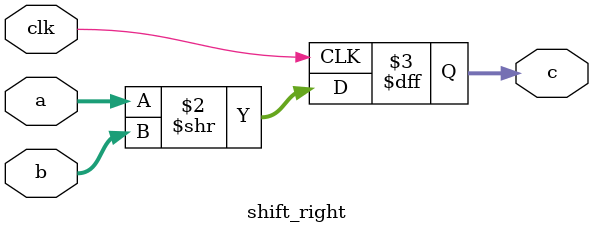
<source format=v>
/*
 CS 274
 Ursinus College

 @author: Mia Sideris
 @purpose: Demonstrate the implementation of a 20-bit shift-right
 */

module shift_right (

    input clk,              // Each shift occurs synchronous to clock cycle
    input [19:0] a,         // Input bits to apply shift to
    input [3:0] b,          // Number of shifts, set to 4
    output reg [19:0] c     // Bits after right-shift
);

always @(posedge clk) begin
    c <= a >> b;
end

endmodule

</source>
